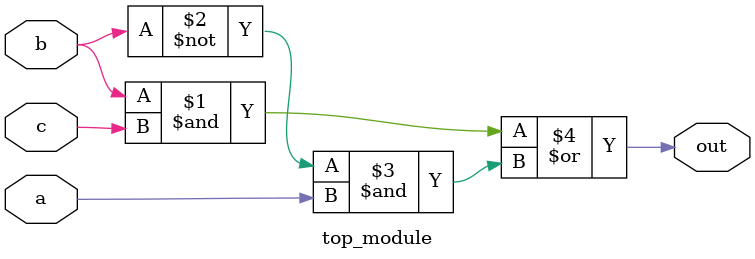
<source format=sv>
module top_module(
	input a, 
	input b,
	input c,
	output out
);

	assign out = (b & c) | (~b & a);

endmodule

</source>
